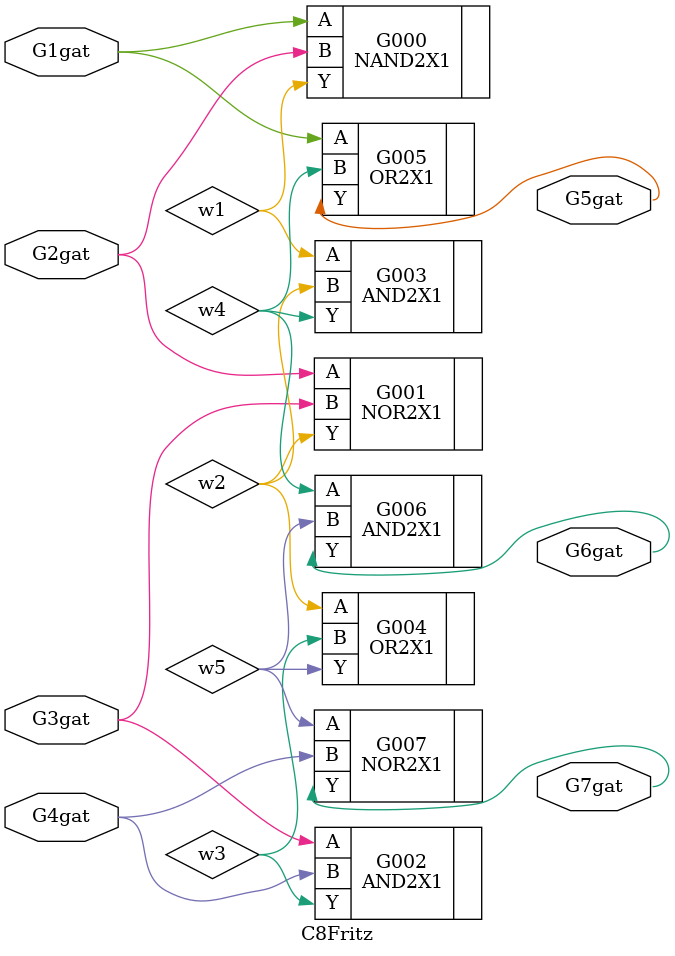
<source format=v>
module C8Fritz (
    G1gat, G2gat, G3gat, G4gat, G5gat, G6gat, G7gat );
  input  G1gat, G2gat, G3gat, G4gat;
  output G5gat, G6gat, G7gat ;
  wire w1, w2, w3, w4, w5;

  
  NAND2X1   G000(.A(G1gat), .B(G2gat), .Y(w1));
  NOR2X1    G001(.A(G2gat), .B(G3gat), .Y(w2));
  AND2X1    G002(.A(G3gat), .B(G4gat), .Y(w3));

  AND2X1    G003(.A(w1), .B(w2), .Y(w4));
  OR2X1     G004(.A(w2), .B(w3), .Y(w5));

  OR2X1     G005(.A(G1gat), .B(w4), .Y(G5gat));
  AND2X1    G006(.A(w4), .B(w5), .Y(G6gat));
  NOR2X1    G007(.A(w5), .B(G4gat), .Y(G7gat));

endmodule



</source>
